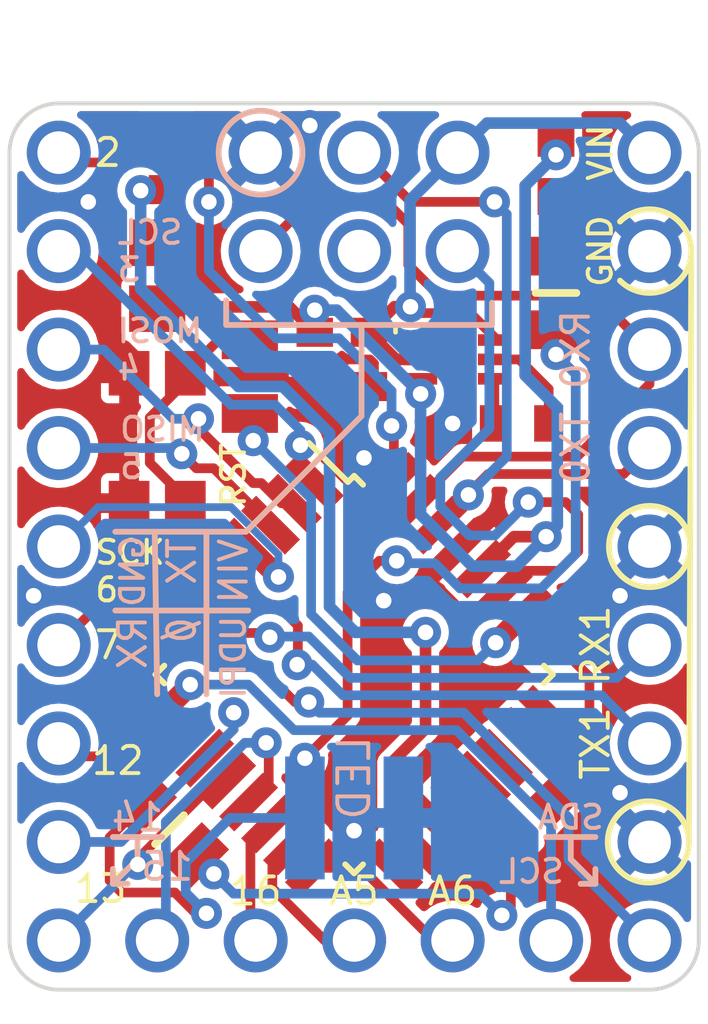
<source format=kicad_pcb>
(kicad_pcb (version 20211014) (generator pcbnew)
  (layers (0 "F.Cu" signal) (31 "B.Cu" signal) (34 "B.Paste" user) (35 "F.Paste" user) (36 "B.SilkS" user "B.Silkscreen") (37 "F.SilkS" user "F.Silkscreen") (38 "B.Mask" user) (39 "F.Mask" user) (44 "Edge.Cuts" user))
  (net 0 "")
  (net 1 "Net-(C3-Pad1)")
  (net 2 "/RST")
  (net 8 "/LED")
  (net 9 "/UDPI")
  (net 10 "/3{slash}SCL")
  (net 11 "/4{slash}MOSI")
  (net 12 "/5{slash}MISO")
  (net 13 "/VIN")
  (net 14 "GND")
  (net 15 "/VCC")
  (net 16 "/AVCC")
  (net 17 "Net-(C3-Pad2)")
  (net 18 "/6{slash}SCK")
  (net 19 "/7")
  (net 20 "/TX1")
  (net 21 "/RX1")
  (net 22 "/10{slash}SDA")
  (net 23 "/11{slash}SCL")
  (net 24 "/TX0")
  (net 25 "/RX0")
  (net 26 "/2")
  (net 27 "/12")
  (net 28 "/13")
  (net 29 "/14")
  (net 30 "/15")
  (net 31 "/16")
  (net 32 "/A6")
  (net 33 "/A5")
  (net 35 "/LED_GND")
  (net 36 "Net-(LED1-Pad1)")
  (net 38 "Net-(LED2-Pad1)")
  (net 39 "Net-(R2-Pad2)")
  (footprint "SamacSys_Parts:HDRV9W64P0X254_1X9_2286X248X838P" (layer "F.Cu") (at 139.065 57.785 90)
    (fp_text reference "J2" hide)
    (fp_text value "LEFT" hide)
    (pad "1" thru_hole circle (at 0 0 90) (size 1.65 1.65) (drill 1.1) (layers *.Cu *.Mask) (net 26 "/2"))
    (pad "2" thru_hole circle (at -2.54 0 90) (size 1.65 1.65) (drill 1.1) (layers *.Cu *.Mask) (net 10 "/3{slash}SCL"))
    (pad "3" thru_hole circle (at -5.08 0 90) (size 1.65 1.65) (drill 1.1) (layers *.Cu *.Mask) (net 11 "/4{slash}MOSI"))
    (pad "4" thru_hole circle (at -7.62 0 90) (size 1.65 1.65) (drill 1.1) (layers *.Cu *.Mask) (net 12 "/5{slash}MISO"))
    (pad "5" thru_hole circle (at -10.16 0 90) (size 1.65 1.65) (drill 1.1) (layers *.Cu *.Mask) (net 18 "/6{slash}SCK"))
    (pad "6" thru_hole circle (at -12.7 0 90) (size 1.65 1.65) (drill 1.1) (layers *.Cu *.Mask) (net 19 "/7"))
    (pad "7" thru_hole circle (at -15.24 0 90) (size 1.65 1.65) (drill 1.1) (layers *.Cu *.Mask) (net 27 "/12"))
    (pad "8" thru_hole circle (at -17.78 0 90) (size 1.65 1.65) (drill 1.1) (layers *.Cu *.Mask) (net 28 "/13"))
    (pad "9" thru_hole circle (at -20.32 0 90) (size 1.65 1.65) (drill 1.1) (layers *.Cu *.Mask) (net 29 "/14"))
  )
  (footprint "SamacSys_Parts:RESC2012X60N" (layer "F.Cu") (at 141.9225 75.2475 135)
    (fp_text reference "R3" hide)
    (fp_text value "1k" hide)
    (fp_line (start 0 -0.525) (end 0 0.525) (layer "F.SilkS") (width 0.2))
    (pad "1" smd rect locked (at -0.95 0 135) (size 1 1.45) (layers "F.Cu" "F.Paste" "F.Mask") (net 36 "Net-(LED1-Pad1)"))
    (pad "2" smd rect locked (at 0.95 0 135) (size 1 1.45) (layers "F.Cu" "F.Paste" "F.Mask") (net 35 "/LED_GND"))
  )
  (footprint "SamacSys_Parts:CAPC1608X90N" (layer "F.Cu") (at 151.003 64.77 180)
    (fp_text reference "C3" hide)
    (fp_text value "1uF" hide)
    (pad "1" smd rect locked (at -0.7 0 180) (size 0.75 0.94) (layers "F.Cu" "F.Paste" "F.Mask") (net 1 "Net-(C3-Pad1)"))
    (pad "2" smd rect locked (at 0.7 0 180) (size 0.75 0.94) (layers "F.Cu" "F.Paste" "F.Mask") (net 17 "Net-(C3-Pad2)"))
  )
  (footprint "LTC3240EDC-3.3:SON50P200X200X80-7N-D" (layer "F.Cu") (at 149.352 63.119)
    (fp_text reference "IC1" hide)
    (fp_text value "LTC3240EDC-3.3#TRMPBF" hide)
    (fp_line (start -1.6 -0.7) (end -1.6 -0.9) (layer "F.SilkS") (width 0.12))
    (fp_line (start -1.5 -0.9) (end -1.6 -0.9) (layer "F.SilkS") (width 0.12))
    (fp_line (start -1.5 -0.9) (end -1.2 -0.9) (layer "F.SilkS") (width 0.12))
    (pad "1" smd rect (at -0.95 -0.5 90) (size 0.3 0.85) (layers "F.Cu" "F.Paste" "F.Mask") (net 14 "GND"))
    (pad "2" smd rect (at -0.95 0 90) (size 0.3 0.85) (layers "F.Cu" "F.Paste" "F.Mask") (net 13 "/VIN"))
    (pad "3" smd rect (at -0.95 0.5 90) (size 0.3 0.85) (layers "F.Cu" "F.Paste" "F.Mask") (net 15 "/VCC"))
    (pad "4" smd rect (at 0.95 0.5 90) (size 0.3 0.85) (layers "F.Cu" "F.Paste" "F.Mask") (net 17 "Net-(C3-Pad2)"))
    (pad "5" smd rect (at 0.95 0 90) (size 0.3 0.85) (layers "F.Cu" "F.Paste" "F.Mask") (net 1 "Net-(C3-Pad1)"))
    (pad "6" smd rect (at 0.95 -0.5 90) (size 0.3 0.85) (layers "F.Cu" "F.Paste" "F.Mask") (net 13 "/VIN"))
    (pad "7" smd rect (at 0 0) (size 0.61 1.42) (layers "F.Cu" "F.Paste" "F.Mask") (net 14 "GND"))
  )
  (footprint "150060BS75000:LEDC1608X80N" (layer "F.Cu") (at 151.892 58.166 90)
    (fp_text reference "LED2" hide)
    (fp_text value "BLUE" hide)
    (pad "1" smd rect (at -0.75 0 180) (size 0.95 0.95) (layers "F.Cu" "F.Paste" "F.Mask") (net 38 "Net-(LED2-Pad1)"))
    (pad "2" smd rect (at 0.75 0 180) (size 0.95 0.95) (layers "F.Cu" "F.Paste" "F.Mask") (net 15 "/VCC"))
  )
  (footprint "SamacSys_Parts:HDRV9W64P0X254_1X9_2286X248X838P" (layer "F.Cu") (at 154.305 57.785 90)
    (fp_text reference "J1" hide)
    (fp_text value "RIGHT" hide)
    (pad "1" thru_hole circle (at 0 0 90) (size 1.65 1.65) (drill 1.1) (layers *.Cu *.Mask) (net 13 "/VIN"))
    (pad "2" thru_hole circle (at -2.54 0 90) (size 1.65 1.65) (drill 1.1) (layers *.Cu *.Mask) (net 14 "GND"))
    (pad "3" thru_hole circle (at -5.08 0 90) (size 1.65 1.65) (drill 1.1) (layers *.Cu *.Mask) (net 25 "/RX0"))
    (pad "4" thru_hole circle (at -7.62 0 90) (size 1.65 1.65) (drill 1.1) (layers *.Cu *.Mask) (net 24 "/TX0"))
    (pad "5" thru_hole circle (at -10.16 0 90) (size 1.65 1.65) (drill 1.1) (layers *.Cu *.Mask) (net 14 "GND"))
    (pad "6" thru_hole circle (at -12.7 0 90) (size 1.65 1.65) (drill 1.1) (layers *.Cu *.Mask) (net 21 "/RX1"))
    (pad "7" thru_hole circle (at -15.24 0 90) (size 1.65 1.65) (drill 1.1) (layers *.Cu *.Mask) (net 20 "/TX1"))
    (pad "8" thru_hole circle (at -17.78 0 90) (size 1.65 1.65) (drill 1.1) (layers *.Cu *.Mask) (net 14 "GND"))
    (pad "9" thru_hole circle (at -20.32 0 90) (size 1.65 1.65) (drill 1.1) (layers *.Cu *.Mask) (net 22 "/10{slash}SDA"))
  )
  (footprint "KLZ2012MHR100HTD25:INDC2012X145N" (layer "F.Cu") (at 141.605 60.96 90)
    (fp_text reference "L1" hide)
    (fp_text value "KLZ2012MHR100HTD25" hide)
    (pad "1" smd rect (at -0.85 0 90) (size 1.2 1.45) (layers "F.Cu" "F.Paste" "F.Mask") (net 15 "/VCC"))
    (pad "2" smd rect (at 0.85 0 90) (size 1.2 1.45) (layers "F.Cu" "F.Paste" "F.Mask") (net 16 "/AVCC"))
  )
  (footprint "SamacSys_Parts:CAPC1608X90N" (layer "F.Cu") (at 141.859 58.039 90)
    (fp_text reference "C5" hide)
    (fp_text value "GCM188R71C104KA37J" hide)
    (pad "1" smd rect locked (at -0.7 0 90) (size 0.75 0.94) (layers "F.Cu" "F.Paste" "F.Mask") (net 16 "/AVCC"))
    (pad "2" smd rect locked (at 0.7 0 90) (size 0.75 0.94) (layers "F.Cu" "F.Paste" "F.Mask") (net 14 "GND"))
  )
  (footprint "EVP-AAU02Q:EVP-AAU02Q" (layer "F.Cu") (at 141.605 65.151 -90)
    (fp_text reference "S1" hide)
    (fp_text value "EVP-AAU02Q" hide)
    (pad "1" smd rect (at -1.675 -0.725 270) (size 1.15 1.05) (layers "F.Cu" "F.Paste" "F.Mask") (net 39 "Net-(R2-Pad2)"))
    (pad "2" smd rect (at -1.675 0.725 270) (size 1.15 1.05) (layers "F.Cu" "F.Paste" "F.Mask") (net 14 "GND"))
    (pad "3" smd rect (at 1.675 -0.725 270) (size 1.15 1.05) (layers "F.Cu" "F.Paste" "F.Mask") (net 39 "Net-(R2-Pad2)"))
    (pad "4" smd rect (at 1.675 0.725 270) (size 1.15 1.05) (layers "F.Cu" "F.Paste" "F.Mask") (net 14 "GND"))
  )
  (footprint "SamacSys_Parts:HDRV5W64P0X254_1X5_1270X248X838P" (layer "F.Cu") (at 151.765 78.105)
    (fp_text reference "J3" hide)
    (fp_text value "LOWER" hide)
    (pad "1" thru_hole circle (at 0 0) (size 1.65 1.65) (drill 1.1) (layers *.Cu *.Mask) (net 23 "/11{slash}SCL"))
    (pad "2" thru_hole circle (at -2.54 0) (size 1.65 1.65) (drill 1.1) (layers *.Cu *.Mask) (net 32 "/A6"))
    (pad "3" thru_hole circle (at -5.08 0) (size 1.65 1.65) (drill 1.1) (layers *.Cu *.Mask) (net 33 "/A5"))
    (pad "4" thru_hole circle (at -7.62 0) (size 1.65 1.65) (drill 1.1) (layers *.Cu *.Mask) (net 31 "/16"))
    (pad "5" thru_hole circle (at -10.16 0) (size 1.65 1.65) (drill 1.1) (layers *.Cu *.Mask) (net 30 "/15"))
  )
  (footprint "SamacSys_Parts:RESC2012X60N" (layer "F.Cu") (at 151.892 61.4045 -90)
    (fp_text reference "R1" hide)
    (fp_text value "1k" hide)
    (fp_line (start 0 -0.525) (end 0 0.525) (layer "F.SilkS") (width 0.2))
    (pad "1" smd rect locked (at -0.95 0 270) (size 1 1.45) (layers "F.Cu" "F.Paste" "F.Mask") (net 38 "Net-(LED2-Pad1)"))
    (pad "2" smd rect locked (at 0.95 0 270) (size 1 1.45) (layers "F.Cu" "F.Paste" "F.Mask") (net 35 "/LED_GND"))
  )
  (footprint "150060BS75000:LEDC1608X80N" (layer "F.Cu") (at 151.257 75.057 45)
    (fp_text reference "LED1" hide)
    (fp_text value "BLUE" hide)
    (pad "1" smd rect (at -0.75 0 135) (size 0.95 0.95) (layers "F.Cu" "F.Paste" "F.Mask") (net 36 "Net-(LED1-Pad1)"))
    (pad "2" smd rect (at 0.75 0 135) (size 0.95 0.95) (layers "F.Cu" "F.Paste" "F.Mask") (net 8 "/LED"))
  )
  (footprint "SamacSys_Parts:HDRV6W69P254_2X3_762X498X813P" (layer "F.Cu") (at 149.352 60.325 180)
    (fp_text reference "J4" hide)
    (fp_text value "UDPI" hide)
    (pad "1" thru_hole circle (at 0 0 180) (size 1.65 1.65) (drill 1.1) (layers *.Cu *.Mask) (net 9 "/UDPI"))
    (pad "2" thru_hole circle (at 0 2.54 180) (size 1.65 1.65) (drill 1.1) (layers *.Cu *.Mask) (net 13 "/VIN"))
    (pad "3" thru_hole circle (at 2.54 0 180) (size 1.65 1.65) (drill 1.1) (layers *.Cu *.Mask))
    (pad "4" thru_hole circle (at 2.54 2.54 180) (size 1.65 1.65) (drill 1.1) (layers *.Cu *.Mask) (net 24 "/TX0"))
    (pad "5" thru_hole circle (at 5.08 0 180) (size 1.65 1.65) (drill 1.1) (layers *.Cu *.Mask) (net 25 "/RX0"))
    (pad "6" thru_hole circle (at 5.08 2.54 180) (size 1.65 1.65) (drill 1.1) (layers *.Cu *.Mask) (net 14 "GND"))
  )
  (footprint "SamacSys_Parts:CAPC1608X90N" (layer "F.Cu") (at 145.669 63.119 -90)
    (fp_text reference "C2" hide)
    (fp_text value "4.7uF" hide)
    (pad "1" smd rect locked (at -0.7 0 270) (size 0.75 0.94) (layers "F.Cu" "F.Paste" "F.Mask") (net 15 "/VCC"))
    (pad "2" smd rect locked (at 0.7 0 270) (size 0.75 0.94) (layers "F.Cu" "F.Paste" "F.Mask") (net 14 "GND"))
  )
  (footprint "SamacSys_Parts:CAPC1608X90N" (layer "F.Cu") (at 147.066 63.119 -90)
    (fp_text reference "C1" hide)
    (fp_text value "1uF" hide)
    (pad "1" smd rect locked (at -0.7 0 270) (size 0.75 0.94) (layers "F.Cu" "F.Paste" "F.Mask") (net 13 "/VIN"))
    (pad "2" smd rect locked (at 0.7 0 270) (size 0.75 0.94) (layers "F.Cu" "F.Paste" "F.Mask") (net 14 "GND"))
  )
  (footprint "SamacSys_Parts:RESC2012X60N" (layer "F.Cu") (at 143.995 63.5635 90)
    (fp_text reference "R2" hide)
    (fp_text value "CR0805-J_-1R0ELF" hide)
    (pad "1" smd rect (at -0.95 0 90) (size 1 1.45) (layers "F.Cu" "F.Paste" "F.Mask") (net 2 "/RST"))
    (pad "2" smd rect (at 0.95 0 90) (size 1 1.45) (layers "F.Cu" "F.Paste" "F.Mask") (net 39 "Net-(R2-Pad2)"))
  )
  (footprint "Package_QFP:TQFP-32_7x7mm_P0.8mm" (layer "F.Cu") (at 146.685 71.247 -45)
    (fp_text reference "U1" hide)
    (fp_text value "ATmega3208-A")
    (fp_line (start 3.625 3.625) (end 3.3 3.625) (layer "F.SilkS") (width 0.15))
    (fp_line (start -3.625 -3.625) (end -3.3 -3.625) (layer "F.SilkS") (width 0.15))
    (fp_line (start 3.625 -3.625) (end 3.3 -3.625) (layer "F.SilkS") (width 0.15))
    (fp_line (start -3.625 3.625) (end -3.625 3.3) (layer "F.SilkS") (width 0.15))
    (fp_line (start -3.625 -3.625) (end -3.625 -3.4) (layer "F.SilkS") (width 0.15))
    (fp_line (start 3.625 3.625) (end 3.625 3.3) (layer "F.SilkS") (width 0.15))
    (fp_line (start -3.625 -3.4) (end -5.05 -3.4) (layer "F.SilkS") (width 0.15))
    (fp_line (start 3.625 -3.625) (end 3.625 -3.3) (layer "F.SilkS") (width 0.15))
    (fp_line (start -3.625 3.625) (end -3.3 3.625) (layer "F.SilkS") (width 0.15))
    (pad "1" smd rect (at -4.25 -2.8 315) (size 1.6 0.55) (layers "F.Cu" "F.Paste" "F.Mask") (net 10 "/3{slash}SCL"))
    (pad "2" smd rect (at -4.25 -2 315) (size 1.6 0.55) (layers "F.Cu" "F.Paste" "F.Mask") (net 11 "/4{slash}MOSI"))
    (pad "3" smd rect (at -4.25 -1.2 315) (size 1.6 0.55) (layers "F.Cu" "F.Paste" "F.Mask") (net 12 "/5{slash}MISO"))
    (pad "4" smd rect (at -4.25 -0.4 315) (size 1.6 0.55) (layers "F.Cu" "F.Paste" "F.Mask") (net 18 "/6{slash}SCK"))
    (pad "5" smd rect (at -4.25 0.4 315) (size 1.6 0.55) (layers "F.Cu" "F.Paste" "F.Mask") (net 19 "/7"))
    (pad "6" smd rect (at -4.25 1.2 315) (size 1.6 0.55) (layers "F.Cu" "F.Paste" "F.Mask") (net 20 "/TX1"))
    (pad "7" smd rect (at -4.25 2 315) (size 1.6 0.55) (layers "F.Cu" "F.Paste" "F.Mask") (net 21 "/RX1"))
    (pad "8" smd rect (at -4.25 2.8 315) (size 1.6 0.55) (layers "F.Cu" "F.Paste" "F.Mask") (net 22 "/10{slash}SDA"))
    (pad "9" smd rect (at -2.8 4.25 45) (size 1.6 0.55) (layers "F.Cu" "F.Paste" "F.Mask") (net 23 "/11{slash}SCL"))
    (pad "10" smd rect (at -2 4.25 45) (size 1.6 0.55) (layers "F.Cu" "F.Paste" "F.Mask") (net 27 "/12"))
    (pad "11" smd rect (at -1.2 4.25 45) (size 1.6 0.55) (layers "F.Cu" "F.Paste" "F.Mask") (net 28 "/13"))
    (pad "12" smd rect (at -0.4 4.25 45) (size 1.6 0.55) (layers "F.Cu" "F.Paste" "F.Mask") (net 29 "/14"))
    (pad "13" smd rect (at 0.4 4.25 45) (size 1.6 0.55) (layers "F.Cu" "F.Paste" "F.Mask") (net 30 "/15"))
    (pad "14" smd rect (at 1.2 4.25 45) (size 1.6 0.55) (layers "F.Cu" "F.Paste" "F.Mask") (net 31 "/16"))
    (pad "15" smd rect (at 2 4.25 45) (size 1.6 0.55) (layers "F.Cu" "F.Paste" "F.Mask") (net 33 "/A5"))
    (pad "16" smd rect (at 2.8 4.25 45) (size 1.6 0.55) (layers "F.Cu" "F.Paste" "F.Mask") (net 32 "/A6"))
    (pad "17" smd rect (at 4.25 2.8 315) (size 1.6 0.55) (layers "F.Cu" "F.Paste" "F.Mask"))
    (pad "18" smd rect (at 4.25 2 315) (size 1.6 0.55) (layers "F.Cu" "F.Paste" "F.Mask") (net 16 "/AVCC"))
    (pad "19" smd rect (at 4.25 1.2 315) (size 1.6 0.55) (layers "F.Cu" "F.Paste" "F.Mask") (net 14 "GND"))
    (pad "20" smd rect (at 4.25 0.4 315) (size 1.6 0.55) (layers "F.Cu" "F.Paste" "F.Mask"))
    (pad "21" smd rect (at 4.25 -0.4 315) (size 1.6 0.55) (layers "F.Cu" "F.Paste" "F.Mask"))
    (pad "22" smd rect (at 4.25 -1.2 315) (size 1.6 0.55) (layers "F.Cu" "F.Paste" "F.Mask"))
    (pad "23" smd rect (at 4.25 -2 315) (size 1.6 0.55) (layers "F.Cu" "F.Paste" "F.Mask"))
    (pad "24" smd rect (at 4.25 -2.8 315) (size 1.6 0.55) (layers "F.Cu" "F.Paste" "F.Mask"))
    (pad "25" smd rect (at 2.8 -4.25 45) (size 1.6 0.55) (layers "F.Cu" "F.Paste" "F.Mask") (net 8 "/LED"))
    (pad "26" smd rect (at 2 -4.25 45) (size 1.6 0.55) (layers "F.Cu" "F.Paste" "F.Mask") (net 2 "/RST"))
    (pad "27" smd rect (at 1.2 -4.25 45) (size 1.6 0.55) (layers "F.Cu" "F.Paste" "F.Mask") (net 9 "/UDPI"))
    (pad "28" smd rect (at 0.4 -4.25 45) (size 1.6 0.55) (layers "F.Cu" "F.Paste" "F.Mask") (net 15 "/VCC"))
    (pad "29" smd rect (at -0.4 -4.25 45) (size 1.6 0.55) (layers "F.Cu" "F.Paste" "F.Mask") (net 14 "GND"))
    (pad "30" smd rect (at -1.2 -4.25 45) (size 1.6 0.55) (layers "F.Cu" "F.Paste" "F.Mask") (net 24 "/TX0"))
    (pad "31" smd rect (at -2 -4.25 45) (size 1.6 0.55) (layers "F.Cu" "F.Paste" "F.Mask") (net 25 "/RX0"))
    (pad "32" smd rect (at -2.8 -4.25 45) (size 1.6 0.55) (layers "F.Cu" "F.Paste" "F.Mask") (net 26 "/2"))
  )
  (footprint "M20-8890245:M208890245" (layer "B.Cu") (at 146.685 69.9465 180)
    (fp_text reference "J5" hide)
    (fp_text value "M20-8890245" hide)
    (pad "1" smd rect (at -1.27 -5 180) (size 1.02 3.17) (layers "B.Cu" "B.Paste" "B.Mask") (net 14 "GND"))
    (pad "2" smd rect (at 1.27 -5 180) (size 1.02 3.17) (layers "B.Cu" "B.Paste" "B.Mask") (net 35 "/LED_GND"))
  )
  (gr_circle (center 144.272 57.785) (end 145.3515 57.7215) (layer "B.SilkS") (width 0.15) (fill none))
  (gr_line (start 141.732 75.438) (end 140.462 75.438) (layer "B.SilkS") (width 0.15))
  (gr_line (start 141.097 76.0095) (end 141.097 75.819) (layer "B.SilkS") (width 0.15))
  (gr_line (start 143.383 62.23) (end 143.383 61.722) (layer "B.SilkS") (width 0.15))
  (gr_line (start 150.241 61.6585) (end 150.241 62.23) (layer "B.SilkS") (width 0.15))
  (gr_line (start 152.273 75.438) (end 152.273 75.819) (layer "B.SilkS") (width 0.15))
  (gr_line (start 141.097 76.0095) (end 140.462 76.6445) (layer "B.SilkS") (width 0.15))
  (gr_line (start 141.732 70.2945) (end 142.6845 69.9135) (layer "B.SilkS") (width 0.1))
  (gr_line (start 141.5415 67.564) (end 141.605 71.755) (layer "B.SilkS") (width 0.15))
  (gr_line (start 150.241 62.23) (end 143.383 62.23) (layer "B.SilkS") (width 0.15))
  (gr_line (start 143.891 67.564) (end 140.5255 67.564) (layer "B.SilkS") (width 0.15))
  (gr_line (start 152.908 76.6445) (end 152.908 76.2635) (layer "B.SilkS") (width 0.15))
  (gr_line (start 140.462 76.2635) (end 140.462 76.6445) (layer "B.SilkS") (width 0.15))
  (gr_line (start 141.097 75.438) (end 141.097 75.819) (layer "B.SilkS") (width 0.15))
  (gr_line (start 143.383 61.722) (end 143.383 61.595) (layer "B.SilkS") (width 0.15))
  (gr_line (start 152.273 76.0095) (end 152.908 76.6445) (layer "B.SilkS") (width 0.15))
  (gr_line (start 152.527 76.6445) (end 152.908 76.6445) (layer "B.SilkS") (width 0.15))
  (gr_line (start 146.8755 62.23) (end 146.8755 64.5795) (layer "B.SilkS") (width 0.15))
  (gr_line (start 152.908 75.438) (end 151.638 75.438) (layer "B.SilkS") (width 0.15))
  (gr_line (start 143.891 67.564) (end 146.8755 64.5795) (layer "B.SilkS") (width 0.15))
  (gr_line (start 152.273 76.0095) (end 152.273 75.819) (layer "B.SilkS") (width 0.15))
  (gr_line (start 142.875 67.564) (end 142.875 71.755) (layer "B.SilkS") (width 0.15))
  (gr_line (start 143.9545 69.596) (end 140.5255 69.596) (layer "B.SilkS") (width 0.15))
  (gr_line (start 140.462 76.6445) (end 140.843 76.6445) (layer "B.SilkS") (width 0.15))
  (gr_line (start 155.352268 67.945) (end 155.321 75.565) (layer "F.SilkS") (width 0.15))
  (gr_line (start 155.382629 60.325) (end 155.352268 67.945) (layer "F.SilkS") (width 0.15))
  (gr_circle (center 154.273732 75.565) (end 153.257732 75.819) (layer "F.SilkS") (width 0.15) (fill none))
  (gr_circle (center 154.305 67.945) (end 153.289 68.199) (layer "F.SilkS") (width 0.15) (fill none))
  (gr_arc (start 153.543001 59.563001) (mid 155.382629 60.325) (end 153.543001 61.086999) (layer "F.SilkS") (width 0.15))
  (gr_line (start 155.575 57.785) (end 155.575 78.105) (layer "Edge.Cuts") (width 0.1))
  (gr_arc (start 139.065 79.375) (mid 138.166974 79.003026) (end 137.795 78.105) (layer "Edge.Cuts") (width 0.1))
  (gr_line (start 139.065 56.515) (end 154.305 56.515) (layer "Edge.Cuts") (width 0.1))
  (gr_arc (start 137.795 57.785) (mid 138.166974 56.886974) (end 139.065 56.515) (layer "Edge.Cuts") (width 0.1))
  (gr_line (start 154.305 79.375) (end 139.065 79.375) (layer "Edge.Cuts") (width 0.1))
  (gr_line (start 137.795 78.105) (end 137.795 57.785) (layer "Edge.Cuts") (width 0.1))
  (gr_arc (start 155.575 78.105) (mid 155.203026 79.003026) (end 154.305 79.375) (layer "Edge.Cuts") (width 0.1))
  (gr_arc (start 154.305 56.515) (mid 155.203026 56.886974) (end 155.575 57.785) (layer "Edge.Cuts") (width 0.1))
  (gr_text "SDA" (at 152.273 74.93) (layer "B.SilkS") (effects (font (size 0.6 0.6) (thickness 0.1)) (justify mirror)))
  (gr_text "0" (at 142.24 70.104 90) (layer "B.SilkS") (effects (font (size 0.7 0.7) (thickness 0.1)) (justify mirror)))
  (gr_text "SCL" (at 151.257 76.327) (layer "B.SilkS") (effects (font (size 0.6 0.6) (thickness 0.1)) (justify mirror)))
  (gr_text "TX" (at 142.24 68.326 90) (layer "B.SilkS") (effects (font (size 0.7 0.7) (thickness 0.1)) (justify mirror)))
  (gr_text "VIN" (at 143.5735 68.58 90) (layer "B.SilkS") (effects (font (size 0.7 0.7) (thickness 0.1)) (justify mirror)))
  (gr_text "UDPI" (at 143.5735 70.8025 90) (layer "B.SilkS") (effects (font (size 0.6 0.6) (thickness 0.1)) (justify mirror)))
  (gr_text "14\n" (at 141.097 74.93) (layer "B.SilkS") (effects (font (size 0.7 0.7) (thickness 0.1)) (justify mirror)))
  (gr_text "MISO\n5" (at 140.589 65.405) (layer "B.SilkS") (effects (font (size 0.6 0.6) (thickness 0.1)) (justify right mirror)))
  (gr_text "RX" (at 140.97 70.4215 90) (layer "B.SilkS") (effects (font (size 0.7 0.7) (thickness 0.1)) (justify mirror)))
  (gr_text "LED" (at 146.685 73.914 90) (layer "B.SilkS") (effects (font (size 0.8 0.8) (thickness 0.1)) (justify mirror)))
  (gr_text "MOSI\n4" (at 140.5255 62.865) (layer "B.SilkS") (effects (font (size 0.6 0.6) (thickness 0.1)) (justify right mirror)))
  (gr_text "15\n" (at 141.859 76.2) (layer "B.SilkS") (effects (font (size 0.7 0.7) (thickness 0.1)) (justify mirror)))
  (gr_text "TX0" (at 152.4 65.405 90) (layer "B.SilkS") (effects (font (size 0.7 0.7) (thickness 0.1)) (justify mirror)))
  (gr_text "SCL\n3\n" (at 140.5255 60.325) (layer "B.SilkS") (effects (font (size 0.6 0.6) (thickness 0.1)) (justify right mirror)))
  (gr_text "GND" (at 140.97 68.58 90) (layer "B.SilkS") (effects (font (size 0.6 0.6) (thickness 0.1)) (justify mirror)))
  (gr_text "RX0" (at 152.4 62.865 90) (layer "B.SilkS") (effects (font (size 0.7 0.7) (thickness 0.1)) (justify mirror)))
  (gr_text "A5" (at 146.685 76.835) (layer "F.SilkS") (effects (font (size 0.7 0.7) (thickness 0.1))))
  (gr_text "SCK\n6" (at 139.954 68.58) (layer "F.SilkS") (effects (font (size 0.6 0.6) (thickness 0.1)) (justify left)))
  (gr_text "7" (at 140.335 70.485) (layer "F.SilkS") (effects (font (size 0.7 0.7) (thickness 0.1))))
  (gr_text "RST" (at 143.5735 66.1035 90) (layer "F.SilkS") (effects (font (size 0.6 0.6) (thickness 0.1))))
  (gr_text "GND" (at 153.035 60.325 90) (layer "F.SilkS") (effects (font (size 0.6 0.6) (thickness 0.1))))
  (gr_text "16" (at 144.145 76.835) (layer "F.SilkS") (effects (font (size 0.7 0.7) (thickness 0.1))))
  (gr_text "TX1" (at 152.908 73.025 90) (layer "F.SilkS") (effects (font (size 0.7 0.7) (thickness 0.1))))
  (gr_text "12\n" (at 140.589 73.4695) (layer "F.SilkS") (effects (font (size 0.7 0.7) (thickness 0.1))))
  (gr_text "VIN" (at 153.035 57.785 90) (layer "F.SilkS") (effects (font (size 0.6 0.6) (thickness 0.1))))
  (gr_text "RX1" (at 152.908 70.485 90) (layer "F.SilkS") (effects (font (size 0.7 0.7) (thickness 0.1))))
  (gr_text "A6" (at 149.225 76.835) (layer "F.SilkS") (effects (font (size 0.7 0.7) (thickness 0.1))))
  (gr_text "13" (at 140.1445 76.7715) (layer "F.SilkS") (effects (font (size 0.7 0.7) (thickness 0.1))))
  (gr_text "2" (at 140.335 57.785) (layer "F.SilkS") (effects (font (size 0.7 0.7) (thickness 0.1))))
  (segment (start 150.9395 63.119) (end 151.703 63.8825) (width 0.25) (layer "F.Cu") (net 1))
  (segment (start 150.302 63.119) (end 150.9395 63.119) (width 0.25) (layer "F.Cu") (net 1))
  (segment (start 151.703 63.8825) (end 151.703 64.5795) (width 0.25) (layer "F.Cu") (net 1))
  (segment (start 143.995 64.5135) (end 143.995 65.128) (width 0.25) (layer "F.Cu") (net 2))
  (segment (start 144.079 64.5135) (end 144.399 64.8335) (width 0.25) (layer "F.Cu") (net 2))
  (segment (start 143.995 64.5135) (end 144.079 64.5135) (width 0.25) (layer "F.Cu") (net 2))
  (segment (start 143.955973 64.616027) (end 143.995 64.577) (width 0.25) (layer "F.Cu") (net 2))
  (segment (start 143.995 65.128) (end 144.0815 65.2145) (width 0.25) (layer "F.Cu") (net 2))
  (segment (start 143.995 64.577) (end 143.431 64.577) (width 0.25) (layer "F.Cu") (net 2))
  (via (at 150.334067 70.42636) (size 0.8) (drill 0.4) (layers "F.Cu" "B.Cu") (net 2))
  (via (at 144.0815 65.2145) (size 0.8) (drill 0.4) (layers "F.Cu" "B.Cu") (net 2))
  (segment (start 145.57548 66.70848) (end 145.57548 69.691544) (width 0.25) (layer "B.Cu") (net 2))
  (segment (start 149.877018 70.883409) (end 150.334067 70.42636) (width 0.25) (layer "B.Cu") (net 2))
  (segment (start 146.767345 70.883409) (end 149.877018 70.883409) (width 0.25) (layer "B.Cu") (net 2))
  (segment (start 145.57548 69.691544) (end 146.767345 70.883409) (width 0.25) (layer "B.Cu") (net 2))
  (segment (start 144.0815 65.2145) (end 145.57548 66.70848) (width 0.25) (layer "B.Cu") (net 2))
  (segment (start 152.754763 71.306355) (end 152.754763 73.559237) (width 0.25) (layer "F.Cu") (net 8))
  (segment (start 152.754763 73.559237) (end 151.78733 74.52667) (width 0.25) (layer "F.Cu") (net 8))
  (segment (start 151.670103 70.221695) (end 152.754763 71.306355) (width 0.25) (layer "F.Cu") (net 8))
  (segment (start 151.96415 68.57135) (end 151.057706 68.57135) (width 0.25) (layer "F.Cu") (net 9))
  (segment (start 151.057706 68.57135) (end 150.538732 69.090324) (width 0.25) (layer "F.Cu") (net 9))
  (segment (start 152.4635 67.1195) (end 152.4635 68.072) (width 0.25) (layer "F.Cu") (net 9))
  (segment (start 151.17598 66.80001) (end 152.14401 66.80001) (width 0.25) (layer "F.Cu") (net 9))
  (segment (start 152.14401 66.80001) (end 152.4635 67.1195) (width 0.25) (layer "F.Cu") (net 9))
  (segment (start 152.4635 68.072) (end 151.96415 68.57135) (width 0.25) (layer "F.Cu") (net 9))
  (via (at 151.17598 66.80001) (size 0.8) (drill 0.4) (layers "F.Cu" "B.Cu") (net 9))
  (segment (start 150.17248 61.14548) (end 149.352 60.325) (width 0.25) (layer "B.Cu") (net 9))
  (segment (start 150.17248 64.90202) (end 150.17248 61.14548) (width 0.25) (layer "B.Cu") (net 9))
  (segment (start 149.653298 67.659747) (end 148.9075 66.913949) (width 0.25) (layer "B.Cu") (net 9))
  (segment (start 150.316243 67.659747) (end 149.653298 67.659747) (width 0.25) (layer "B.Cu") (net 9))
  (segment (start 149.352 60.325) (end 149.237548 60.439452) (width 0.25) (layer "B.Cu") (net 9))
  (segment (start 148.9075 66.167) (end 150.17248 64.90202) (width 0.25) (layer "B.Cu") (net 9))
  (segment (start 151.17598 66.80001) (end 150.316243 67.659747) (width 0.25) (layer "B.Cu") (net 9))
  (segment (start 148.9075 66.913949) (end 148.9075 66.167) (width 0.25) (layer "B.Cu") (net 9))
  (segment (start 145.297773 65.899975) (end 145.659695 66.261897) (width 0.25) (layer "F.Cu") (net 10))
  (segment (start 145.297773 65.331727) (end 145.297773 65.899975) (width 0.25) (layer "F.Cu") (net 10))
  (via (at 145.297773 65.331727) (size 0.8) (drill 0.4) (layers "F.Cu" "B.Cu") (net 10))
  (segment (start 144.646948 64.29202) (end 143.503947 64.292019) (width 0.25) (layer "B.Cu") (net 10))
  (segment (start 145.297773 64.942845) (end 144.646948 64.29202) (width 0.25) (layer "B.Cu") (net 10))
  (segment (start 145.297773 65.331727) (end 145.297773 64.942845) (width 0.25) (layer "B.Cu") (net 10))
  (segment (start 139.764218 60.325) (end 139.065 60.325) (width 0.25) (layer "B.Cu") (net 10))
  (segment (start 143.503947 64.292019) (end 139.536928 60.325) (width 0.25) (layer "B.Cu") (net 10))
  (segment (start 139.536928 60.325) (end 139.065 60.325) (width 0.25) (layer "B.Cu") (net 10))
  (segment (start 144.291514 66.308608) (end 144.810489 66.827583) (width 0.25) (layer "F.Cu") (net 11))
  (segment (start 142.670498 64.899724) (end 144.079382 66.308608) (width 0.25) (layer "F.Cu") (net 11))
  (segment (start 144.810489 66.827583) (end 145.09401 66.827583) (width 0.25) (layer "F.Cu") (net 11))
  (segment (start 142.670498 64.650502) (end 142.670498 64.899724) (width 0.25) (layer "F.Cu") (net 11))
  (segment (start 144.079382 66.308608) (end 144.291514 66.308608) (width 0.25) (layer "F.Cu") (net 11))
  (via (at 142.670498 64.650502) (size 0.8) (drill 0.4) (layers "F.Cu" "B.Cu") (net 11))
  (segment (start 142.670498 64.650502) (end 142.012344 64.650502) (width 0.25) (layer "B.Cu") (net 11))
  (segment (start 140.226842 62.865) (end 139.065 62.865) (width 0.25) (layer "B.Cu") (net 11))
  (segment (start 142.012344 64.650502) (end 140.226842 62.865) (width 0.25) (layer "B.Cu") (net 11))
  (segment (start 144.528324 67.393252) (end 144.528324 67.393268) (width 0.25) (layer "F.Cu") (net 12))
  (segment (start 142.613409 65.926489) (end 143.061545 65.926489) (width 0.25) (layer "F.Cu") (net 12))
  (segment (start 142.23897 65.55205) (end 142.613409 65.926489) (width 0.25) (layer "F.Cu") (net 12))
  (segment (start 143.061545 65.926489) (end 144.528324 67.393268) (width 0.25) (layer "F.Cu") (net 12))
  (via (at 142.23897 65.55205) (size 0.8) (drill 0.4) (layers "F.Cu" "B.Cu") (net 12))
  (segment (start 142.09192 65.405) (end 139.065 65.405) (width 0.25) (layer "B.Cu") (net 12))
  (segment (start 142.23897 65.55205) (end 142.09192 65.405) (width 0.25) (layer "B.Cu") (net 12))
  (segment (start 148.137531 61.760785) (end 147.724215 61.760785) (width 0.3) (layer "F.Cu") (net 13))
  (segment (start 147.766 63.119) (end 147.066 62.419) (width 0.3) (layer "F.Cu") (net 13))
  (segment (start 148.137531 61.760785) (end 148.300777 61.924031) (width 0.25) (layer "F.Cu") (net 13))
  (segment (start 147.724215 61.760785) (end 147.066 62.419) (width 0.3) (layer "F.Cu") (net 13))
  (segment (start 148.402 63.119) (end 147.766 63.119) (width 0.3) (layer "F.Cu") (net 13))
  (segment (start 149.681031 61.924031) (end 150.302 62.545) (width 0.25) (layer "F.Cu") (net 13))
  (segment (start 148.300777 61.924031) (end 149.681031 61.924031) (width 0.25) (layer "F.Cu") (net 13))
  (segment (start 150.302 62.545) (end 150.302 62.619) (width 0.25) (layer "F.Cu") (net 13))
  (via (at 148.137531 61.760785) (size 0.8) (drill 0.4) (layers "F.Cu" "B.Cu") (net 13))
  (segment (start 150.114 57.023) (end 149.352 57.785) (width 0.3) (layer "B.Cu") (net 13))
  (segment (start 154.305 57.785) (end 153.543 57.023) (width 0.3) (layer "B.Cu") (net 13))
  (segment (start 148.137531 61.760785) (end 148.127489 61.750743) (width 0.4) (layer "B.Cu") (net 13))
  (segment (start 148.127489 59.009511) (end 149.352 57.785) (width 0.3) (layer "B.Cu") (net 13))
  (segment (start 148.127489 61.750743) (end 148.127489 59.009511) (width 0.3) (layer "B.Cu") (net 13))
  (segment (start 153.543 57.023) (end 150.114 57.023) (width 0.3) (layer "B.Cu") (net 13))
  (segment (start 140.697011 62.909511) (end 140.633511 62.909511) (width 0.6) (layer "F.Cu") (net 14))
  (segment (start 140.389511 62.665511) (end 140.389511 63.254989) (width 0.6) (layer "F.Cu") (net 14))
  (segment (start 148.402 62.619) (end 149.176022 62.619) (width 0.3) (layer "F.Cu") (net 14))
  (segment (start 140.88 63.0925) (end 140.697011 62.909511) (width 0.6) (layer "F.Cu") (net 14))
  (segment (start 140.88 63.476) (end 140.88 63.0925) (width 0.6) (layer "F.Cu") (net 14))
  (segment (start 140.389511 63.254989) (end 140.335 63.3095) (width 0.6) (layer "F.Cu") (net 14))
  (segment (start 149.176022 62.619) (end 149.352 62.794978) (width 0.3) (layer "F.Cu") (net 14))
  (segment (start 140.5015 63.476) (end 140.88 63.476) (width 0.6) (layer "F.Cu") (net 14))
  (segment (start 140.335 63.3095) (end 140.5015 63.476) (width 0.6) (layer "F.Cu") (net 14))
  (segment (start 149.352 62.794978) (end 149.352 63.119) (width 0.3) (layer "F.Cu") (net 14))
  (segment (start 140.633511 62.909511) (end 140.389511 62.665511) (width 0.6) (layer "F.Cu") (net 14))
  (via (at 146.682104 75.275319) (size 0.8) (drill 0.4) (layers "F.Cu" "B.Cu") (net 14))
  (via (at 153.543 74.295) (size 0.8) (drill 0.4) (layers "F.Cu" "B.Cu") (net 14))
  (via (at 147.447 69.342) (size 0.8) (drill 0.4) (layers "F.Cu" "B.Cu") (net 14))
  (via (at 139.827 59.055) (size 0.8) (drill 0.4) (layers "F.Cu" "B.Cu") (net 14))
  (via (at 138.4165 69.215) (size 0.8) (drill 0.4) (layers "F.Cu" "B.Cu") (net 14))
  (via (at 146.939 65.659) (size 0.8) (drill 0.4) (layers "F.Cu" "B.Cu") (net 14))
  (via (at 145.542 57.0865) (size 0.8) (drill 0.4) (layers "F.Cu" "B.Cu") (net 14))
  (via (at 153.543 69.215) (size 0.8) (drill 0.4) (layers "F.Cu" "B.Cu") (net 14))
  (via (at 149.225 64.77) (size 0.8) (drill 0.4) (layers "F.Cu" "B.Cu") (net 14))
  (segment (start 145.669 61.849) (end 145.669 62.419) (width 0.3) (layer "F.Cu") (net 15))
  (segment (start 148.402 63.619) (end 148.402 64.0055) (width 0.3) (layer "F.Cu") (net 15))
  (segment (start 145.013989 61.763989) (end 145.669 62.419) (width 0.3) (layer "F.Cu") (net 15))
  (segment (start 142.9665 61.763989) (end 141.964489 61.763989) (width 0.3) (layer "F.Cu") (net 15))
  (segment (start 151.638 67.691) (end 150.806686 67.691) (width 0.3) (layer "F.Cu") (net 15))
  (segment (start 150.806686 67.691) (end 149.973047 68.524639) (width 0.3) (layer "F.Cu") (net 15))
  (segment (start 142.9665 61.763989) (end 145.013989 61.763989) (width 0.3) (layer "F.Cu") (net 15))
  (segment (start 148.402 64.0055) (end 148.3995 64.008) (width 0.3) (layer "F.Cu") (net 15))
  (via (at 145.669 61.849) (size 0.8) (drill 0.4) (layers "F.Cu" "B.Cu") (net 15))
  (via (at 151.638 67.691) (size 0.8) (drill 0.4) (layers "F.Cu" "B.Cu") (net 15))
  (via (at 151.892 57.841498) (size 0.8) (drill 0.4) (layers "F.Cu" "B.Cu") (net 15))
  (via (at 148.3995 64.008) (size 0.8) (drill 0.4) (layers "F.Cu" "B.Cu") (net 15))
  (segment (start 151.09652 63.53002) (end 151.92548 64.35898) (width 0.3) (layer "B.Cu") (net 15))
  (segment (start 148.3995 67.1195) (end 149.733 68.453) (width 0.3) (layer "B.Cu") (net 15))
  (segment (start 145.669 61.849) (end 146.2405 61.849) (width 0.3) (layer "B.Cu") (net 15))
  (segment (start 146.2405 61.849) (end 148.3995 64.008) (width 0.3) (layer "B.Cu") (net 15))
  (segment (start 148.3995 64.008) (end 148.3995 67.1195) (width 0.3) (layer "B.Cu") (net 15))
  (segment (start 151.892 57.841498) (end 151.09652 58.636978) (width 0.3) (layer "B.Cu") (net 15))
  (segment (start 151.92548 64.35898) (end 151.92548 67.40352) (width 0.3) (layer "B.Cu") (net 15))
  (segment (start 150.876 68.453) (end 151.638 67.691) (width 0.3) (layer "B.Cu") (net 15))
  (segment (start 149.733 68.453) (end 150.876 68.453) (width 0.3) (layer "B.Cu") (net 15))
  (segment (start 151.09652 58.636978) (end 151.09652 63.53002) (width 0.3) (layer "B.Cu") (net 15))
  (segment (start 151.92548 67.40352) (end 151.638 67.691) (width 0.3) (layer "B.Cu") (net 15))
  (segment (start 147.632016 73.538484) (end 147.632016 75.022443) (width 0.3) (layer "F.Cu") (net 16))
  (segment (start 148.5265 72.644) (end 147.632016 73.538484) (width 0.3) (layer "F.Cu") (net 16))
  (segment (start 147.632016 75.022443) (end 148.27599 75.666417) (width 0.3) (layer "F.Cu") (net 16))
  (segment (start 141.859 58.739) (end 141.859 59.856) (width 0.3) (layer "F.Cu") (net 16))
  (segment (start 141.177801 58.763989) (end 141.20279 58.739) (width 0.3) (layer "F.Cu") (net 16))
  (segment (start 141.20279 58.739) (end 141.859 58.739) (width 0.3) (layer "F.Cu") (net 16))
  (segment (start 141.859 59.856) (end 141.605 60.11) (width 0.3) (layer "F.Cu") (net 16))
  (segment (start 148.5265 70.158909) (end 148.5265 72.644) (width 0.3) (layer "F.Cu") (net 16))
  (via (at 141.177801 58.763989) (size 0.8) (drill 0.4) (layers "F.Cu" "B.Cu") (net 16))
  (via (at 148.5265 70.158909) (size 0.8) (drill 0.4) (layers "F.Cu" "B.Cu") (net 16))
  (segment (start 141.177801 61.294801) (end 141.177801 58.763989) (width 0.3) (layer "B.Cu") (net 16))
  (segment (start 146.713917 70.158909) (end 146.05 69.494992) (width 0.3) (layer "B.Cu") (net 16))
  (segment (start 148.5265 70.158909) (end 146.713917 70.158909) (width 0.3) (layer "B.Cu") (net 16))
  (segment (start 143.7005 63.8175) (end 141.177801 61.294801) (width 0.3) (layer "B.Cu") (net 16))
  (segment (start 146.05 69.494992) (end 146.05 65.024) (width 0.3) (layer "B.Cu") (net 16))
  (segment (start 146.05 65.024) (end 144.8435 63.8175) (width 0.3) (layer "B.Cu") (net 16))
  (segment (start 144.8435 63.8175) (end 143.7005 63.8175) (width 0.3) (layer "B.Cu") (net 16))
  (segment (start 150.302 64.5785) (end 150.303 64.5795) (width 0.25) (layer "F.Cu") (net 17))
  (segment (start 150.302 63.619) (end 150.302 64.5785) (width 0.25) (layer "F.Cu") (net 17))
  (segment (start 144.732989 68.729304) (end 143.962639 67.958953) (width 0.25) (layer "F.Cu") (net 18))
  (segment (start 144.732989 68.729304) (end 144.74256 68.729304) (width 0.25) (layer "F.Cu") (net 18))
  (segment (start 144.74256 68.729304) (end 144.866558 68.605306) (width 0.25) (layer "F.Cu") (net 18))
  (via (at 144.732989 68.729304) (size 0.8) (drill 0.4) (layers "F.Cu" "B.Cu") (net 18))
  (segment (start 140.081 66.929) (end 139.065 67.945) (width 0.2) (layer "B.Cu") (net 18))
  (segment (start 144.732989 68.729304) (end 144.732989 68.151989) (width 0.2) (layer "B.Cu") (net 18))
  (segment (start 144.732989 68.151989) (end 143.51 66.929) (width 0.2) (layer "B.Cu") (net 18))
  (segment (start 143.51 66.929) (end 140.081 66.929) (width 0.2) (layer "B.Cu") (net 18))
  (segment (start 141.544336 68.005664) (end 139.065 70.485) (width 0.25) (layer "F.Cu") (net 19))
  (segment (start 143.396953 68.524639) (end 142.877978 68.005664) (width 0.25) (layer "F.Cu") (net 19))
  (segment (start 142.877978 68.005664) (end 141.544336 68.005664) (width 0.25) (layer "F.Cu") (net 19))
  (segment (start 142.831268 69.090324) (end 143.350243 69.609299) (width 0.25) (layer "F.Cu") (net 20))
  (segment (start 143.350243 69.609299) (end 144.15995 69.609299) (width 0.25) (layer "F.Cu") (net 20))
  (segment (start 144.15995 69.609299) (end 144.208631 69.560618) (width 0.25) (layer "F.Cu") (net 20))
  (segment (start 144.808837 69.560618) (end 145.233245 69.985026) (width 0.25) (layer "F.Cu") (net 20))
  (segment (start 145.233245 70.974129) (end 145.215497 70.991877) (width 0.25) (layer "F.Cu") (net 20))
  (segment (start 145.233245 69.985026) (end 145.233245 70.974129) (width 0.25) (layer "F.Cu") (net 20))
  (segment (start 144.208631 69.560618) (end 144.808837 69.560618) (width 0.25) (layer "F.Cu") (net 20))
  (via (at 145.215497 70.991877) (size 0.8) (drill 0.4) (layers "F.Cu" "B.Cu") (net 20))
  (segment (start 145.604377 70.991877) (end 146.394949 71.782449) (width 0.25) (layer "B.Cu") (net 20))
  (segment (start 153.062449 71.782449) (end 154.305 73.025) (width 0.25) (layer "B.Cu") (net 20))
  (segment (start 146.394949 71.782449) (end 153.062449 71.782449) (width 0.25) (layer "B.Cu") (net 20))
  (segment (start 145.215497 70.991877) (end 145.604377 70.991877) (width 0.25) (layer "B.Cu") (net 20))
  (segment (start 145.215497 70.991877) (end 145.070183 70.991877) (width 0.25) (layer "B.Cu") (net 20))
  (segment (start 142.784557 70.174984) (end 142.265583 69.65601) (width 0.25) (layer "F.Cu") (net 21))
  (segment (start 144.508734 70.285129) (end 144.398589 70.174984) (width 0.25) (layer "F.Cu") (net 21))
  (segment (start 144.398589 70.174984) (end 142.784557 70.174984) (width 0.25) (layer "F.Cu") (net 21))
  (via (at 144.508734 70.285129) (size 0.8) (drill 0.4) (layers "F.Cu" "B.Cu") (net 21))
  (segment (start 144.526497 70.267366) (end 145.515584 70.267366) (width 0.25) (layer "B.Cu") (net 21))
  (segment (start 145.515584 70.267366) (end 146.581147 71.332929) (width 0.25) (layer "B.Cu") (net 21))
  (segment (start 144.508734 70.285129) (end 144.526497 70.267366) (width 0.25) (layer "B.Cu") (net 21))
  (segment (start 146.581147 71.332929) (end 153.457071 71.332929) (width 0.25) (layer "B.Cu") (net 21))
  (segment (start 153.457071 71.332929) (end 154.305 70.485) (width 0.25) (layer "B.Cu") (net 21))
  (segment (start 145.155995 71.956989) (end 145.514574 71.956989) (width 0.25) (layer "F.Cu") (net 22))
  (segment (start 143.939676 70.74067) (end 145.155995 71.956989) (width 0.25) (layer "F.Cu") (net 22))
  (segment (start 154.305 78.105) (end 153.67617 78.105) (width 0.25) (layer "F.Cu") (net 22))
  (segment (start 142.218872 70.74067) (end 143.939676 70.74067) (width 0.25) (layer "F.Cu") (net 22))
  (segment (start 145.514574 71.956989) (end 145.312585 71.755) (width 0.25) (layer "F.Cu") (net 22))
  (segment (start 142.218872 70.74067) (end 141.699897 70.221695) (width 0.25) (layer "F.Cu") (net 22))
  (via (at 145.514574 71.956989) (size 0.8) (drill 0.4) (layers "F.Cu" "B.Cu") (net 22))
  (segment (start 149.511469 72.231969) (end 145.789554 72.231969) (width 0.25) (layer "B.Cu") (net 22))
  (segment (start 154.305 78.105) (end 152.21452 76.01452) (width 0.25) (layer "B.Cu") (net 22))
  (segment (start 152.21452 76.01452) (end 152.21452 74.935021) (width 0.25) (layer "B.Cu") (net 22))
  (segment (start 145.789554 72.231969) (end 145.514574 71.956989) (width 0.25) (layer "B.Cu") (net 22))
  (segment (start 152.21452 74.935021) (end 149.511469 72.231969) (width 0.25) (layer "B.Cu") (net 22))
  (segment (start 142.455638 71.506381) (end 141.699897 72.262122) (width 0.25) (layer "F.Cu") (net 23))
  (segment (start 141.699897 72.262122) (end 141.699897 72.272305) (width 0.25) (layer "F.Cu") (net 23))
  (via (at 142.455638 71.506381) (size 0.8) (drill 0.4) (layers "F.Cu" "B.Cu") (net 23))
  (segment (start 145.131017 72.681489) (end 149.325271 72.681489) (width 0.25) (layer "B.Cu") (net 23))
  (segment (start 143.955909 71.506381) (end 145.131017 72.681489) (width 0.25) (layer "B.Cu") (net 23))
  (segment (start 149.325271 72.681489) (end 151.765 75.121218) (width 0.25) (layer "B.Cu") (net 23))
  (segment (start 142.424203 71.506381) (end 142.418822 71.501) (width 0.25) (layer "B.Cu") (net 23))
  (segment (start 142.455638 71.506381) (end 142.424203 71.506381) (width 0.25) (layer "B.Cu") (net 23))
  (segment (start 142.455638 71.506381) (end 143.955909 71.506381) (width 0.25) (layer "B.Cu") (net 23))
  (segment (start 151.765 75.121218) (end 151.765 78.105) (width 0.25) (layer "B.Cu") (net 23))
  (segment (start 153.634501 66.075499) (end 154.305 65.405) (width 0.25) (layer "F.Cu") (net 24))
  (segment (start 150.142001 66.075499) (end 153.634501 66.075499) (width 0.25) (layer "F.Cu") (net 24))
  (segment (start 149.632 66.613835) (end 149.632 66.5855) (width 0.25) (layer "F.Cu") (net 24))
  (segment (start 148.082359 58.991141) (end 148.146218 59.055) (width 0.25) (layer "F.Cu") (net 24))
  (segment (start 146.876218 57.785) (end 148.082359 58.991141) (width 0.25) (layer "F.Cu") (net 24))
  (segment (start 148.146218 59.055) (end 150.3045 59.055) (width 0.25) (layer "F.Cu") (net 24))
  (segment (start 149.632 66.613835) (end 149.621109 66.613835) (width 0.25) (layer "F.Cu") (net 24))
  (segment (start 149.632 66.5855) (end 150.142001 66.075499) (width 0.25) (layer "F.Cu") (net 24))
  (segment (start 146.812 57.785) (end 146.876218 57.785) (width 0.25) (layer "F.Cu") (net 24))
  (segment (start 149.621109 66.613835) (end 148.841676 67.393268) (width 0.25) (layer "F.Cu") (net 24))
  (via (at 149.632 66.613835) (size 0.8) (drill 0.4) (layers "F.Cu" "B.Cu") (net 24))
  (via (at 150.3045 59.055) (size 0.8) (drill 0.4) (layers "F.Cu" "B.Cu") (net 24))
  (segment (start 150.622 59.3725) (end 150.3045 59.055) (width 0.25) (layer "B.Cu") (net 24))
  (segment (start 149.632 66.613835) (end 149.634335 66.6115) (width 0.25) (layer "B.Cu") (net 24))
  (segment (start 150.622 65.623835) (end 150.622 59.3725) (width 0.25) (layer "B.Cu") (net 24))
  (segment (start 149.632 66.613835) (end 150.622 65.623835) (width 0.25) (layer "B.Cu") (net 24))
  (segment (start 148.875856 61.474511) (end 152.914511 61.474511) (width 0.25) (layer "F.Cu") (net 25))
  (segment (start 154.305 63.754) (end 152.433021 65.625979) (width 0.25) (layer "F.Cu") (net 25))
  (segment (start 148.082 59.6265) (end 148.082 60.680655) (width 0.25) (layer "F.Cu") (net 25))
  (segment (start 148.082 60.680655) (end 148.875856 61.474511) (width 0.25) (layer "F.Cu") (net 25))
  (segment (start 149.477594 65.625979) (end 148.27599 66.827583) (width 0.25) (layer "F.Cu") (net 25))
  (segment (start 147.574 59.1185) (end 148.082 59.6265) (width 0.25) (layer "F.Cu") (net 25))
  (segment (start 152.914511 61.474511) (end 154.305 62.865) (width 0.25) (layer "F.Cu") (net 25))
  (segment (start 154.305 62.865) (end 154.305 63.754) (width 0.25) (layer "F.Cu") (net 25))
  (segment (start 152.433021 65.625979) (end 149.477594 65.625979) (width 0.25) (layer "F.Cu") (net 25))
  (segment (start 145.4785 59.1185) (end 147.574 59.1185) (width 0.25) (layer "F.Cu") (net 25))
  (segment (start 144.272 60.325) (end 145.4785 59.1185) (width 0.25) (layer "F.Cu") (net 25))
  (segment (start 154.305 62.865) (end 154.305 62.23) (width 0.25) (layer "B.Cu") (net 25))
  (segment (start 144.272 60.833) (end 144.272 60.325) (width 0.25) (layer "B.Cu") (net 25))
  (segment (start 154.305 63.254614) (end 154.305 62.865) (width 0.25) (layer "B.Cu") (net 25))
  (segment (start 140.208 58.039) (end 139.319 58.039) (width 0.25) (layer "F.Cu") (net 26))
  (segment (start 142.653511 58.039489) (end 140.208489 58.039489) (width 0.25) (layer "F.Cu") (net 26))
  (segment (start 147.65 64.8335) (end 147.710305 64.893805) (width 0.25) (layer "F.Cu") (net 26))
  (segment (start 139.319 58.039) (end 139.065 57.785) (width 0.25) (layer "F.Cu") (net 26))
  (segment (start 142.9385 59.055) (end 142.9385 58.324478) (width 0.25) (layer "F.Cu") (net 26))
  (segment (start 140.208489 58.039489) (end 140.208 58.039) (width 0.25) (layer "F.Cu") (net 26))
  (segment (start 147.710305 64.893805) (end 147.710305 66.261897) (width 0.25) (layer "F.Cu") (net 26))
  (segment (start 142.9385 58.324478) (end 142.653511 58.039489) (width 0.25) (layer "F.Cu") (net 26))
  (via (at 147.65 64.8335) (size 0.8) (drill 0.4) (layers "F.Cu" "B.Cu") (net 26))
  (via (at 142.9385 59.055) (size 0.8) (drill 0.4) (layers "F.Cu" "B.Cu") (net 26))
  (segment (start 142.9385 59.055) (end 142.9385 60.833) (width 0.25) (layer "B.Cu") (net 26))
  (segment (start 142.9385 60.833) (end 144.679011 62.573511) (width 0.25) (layer "B.Cu") (net 26))
  (segment (start 144.679011 62.573511) (end 146.293939 62.573511) (width 0.25) (layer "B.Cu") (net 26))
  (segment (start 146.293939 62.573511) (end 147.65 63.929572) (width 0.25) (layer "B.Cu") (net 26))
  (segment (start 147.65 63.929572) (end 147.65 64.8335) (width 0.25) (layer "B.Cu") (net 26))
  (segment (start 139.396965 73.356965) (end 139.065 73.025) (width 0.25) (layer "F.Cu") (net 27))
  (segment (start 141.746608 73.356965) (end 139.396965 73.356965) (width 0.25) (layer "F.Cu") (net 27))
  (segment (start 142.265583 72.83799) (end 141.746608 73.356965) (width 0.25) (layer "F.Cu") (net 27))
  (segment (start 143.576869 72.230881) (end 143.576869 72.658075) (width 0.25) (layer "F.Cu") (net 28))
  (segment (start 143.576869 72.658075) (end 142.831268 73.403676) (width 0.25) (layer "F.Cu") (net 28))
  (via (at 143.576869 72.230881) (size 0.8) (drill 0.4) (layers "F.Cu" "B.Cu") (net 28))
  (segment (start 140.669944 75.565) (end 139.065 75.565) (width 0.25) (layer "B.Cu") (net 28))
  (segment (start 143.576869 72.230881) (end 143.576869 72.658075) (width 0.25) (layer "B.Cu") (net 28))
  (segment (start 143.576869 72.658075) (end 140.669944 75.565) (width 0.25) (layer "B.Cu") (net 28))
  (segment (start 143.137139 73.969361) (end 143.396953 73.969361) (width 0.25) (layer "F.Cu") (net 29))
  (segment (start 141.103559 76.002941) (end 143.137139 73.969361) (width 0.25) (layer "F.Cu") (net 29))
  (segment (start 139.065 77.47) (end 139.065 78.105) (width 0.25) (layer "F.Cu") (net 29))
  (segment (start 141.103559 76.145413) (end 141.103559 76.002941) (width 0.25) (layer "F.Cu") (net 29))
  (segment (start 143.396953 73.969361) (end 143.314593 73.969361) (width 0.25) (layer "F.Cu") (net 29))
  (segment (start 143.396953 73.969361) (end 143.200639 73.969361) (width 0.25) (layer "F.Cu") (net 29))
  (via (at 141.103559 76.145413) (size 0.8) (drill 0.4) (layers "F.Cu" "B.Cu") (net 29))
  (segment (start 141.103559 76.145413) (end 141.024587 76.145413) (width 0.25) (layer "B.Cu") (net 29))
  (segment (start 141.024587 76.145413) (end 139.065 78.105) (width 0.25) (layer "B.Cu") (net 29))
  (segment (start 144.481613 73.074828) (end 144.481613 74.016073) (width 0.25) (layer "F.Cu") (net 30))
  (segment (start 144.481613 74.016073) (end 143.962639 74.535047) (width 0.25) (layer "F.Cu") (net 30))
  (segment (start 144.415393 73.008608) (end 144.481613 73.074828) (width 0.25) (layer "F.Cu") (net 30))
  (via (at 144.415393 73.008608) (size 0.8) (drill 0.4) (layers "F.Cu" "B.Cu") (net 30))
  (segment (start 141.82807 77.88193) (end 141.605 78.105) (width 0.25) (layer "B.Cu") (net 30))
  (segment (start 143.862054 73.008608) (end 141.82807 75.042592) (width 0.25) (layer "B.Cu") (net 30))
  (segment (start 141.82807 75.042592) (end 141.82807 77.88193) (width 0.25) (layer "B.Cu") (net 30))
  (segment (start 144.415393 73.008608) (end 143.862054 73.008608) (width 0.25) (layer "B.Cu") (net 30))
  (segment (start 143.637 77.597) (end 144.145 78.105) (width 0.25) (layer "F.Cu") (net 31))
  (segment (start 144.00935 77.96935) (end 144.145 78.105) (width 0.25) (layer "F.Cu") (net 31))
  (segment (start 144.00935 75.619706) (end 144.00935 77.96935) (width 0.25) (layer "F.Cu") (net 31))
  (segment (start 144.528324 75.100732) (end 144.00935 75.619706) (width 0.25) (layer "F.Cu") (net 31))
  (segment (start 146.862455 76.232103) (end 148.735352 78.105) (width 0.25) (layer "F.Cu") (net 32))
  (segment (start 145.659695 76.232103) (end 146.862455 76.232103) (width 0.25) (layer "F.Cu") (net 32))
  (segment (start 148.735352 78.105) (end 149.225 78.105) (width 0.25) (layer "F.Cu") (net 32))
  (segment (start 144.575035 76.757035) (end 145.923 78.105) (width 0.25) (layer "F.Cu") (net 33))
  (segment (start 145.09401 75.666417) (end 144.575035 76.185392) (width 0.25) (layer "F.Cu") (net 33))
  (segment (start 144.575035 76.185392) (end 144.575035 76.757035) (width 0.25) (layer "F.Cu") (net 33))
  (segment (start 145.923 78.105) (end 146.685 78.105) (width 0.25) (layer "F.Cu") (net 33))
  (segment (start 140.379048 76.561548) (end 140.379048 75.44745) (width 0.25) (layer "F.Cu") (net 35))
  (segment (start 142.875 77.4065) (end 142.597254 77.4065) (width 0.25) (layer "F.Cu") (net 35))
  (segment (start 147.332412 68.313588) (end 146.516212 69.129788) (width 0.25) (layer "F.Cu") (net 35))
  (segment (start 146.516212 69.129788) (end 146.516212 72.304788) (width 0.25) (layer "F.Cu") (net 35))
  (segment (start 146.516212 72.304788) (end 145.415 73.406) (width 0.25) (layer "F.Cu") (net 35))
  (segment (start 140.687424 76.869924) (end 140.379048 76.561548) (width 0.25) (layer "F.Cu") (net 35))
  (segment (start 140.379048 75.44745) (end 141.250749 74.575749) (width 0.25) (layer "F.Cu") (net 35))
  (segment (start 147.782803 68.313588) (end 147.332412 68.313588) (width 0.25) (layer "F.Cu") (net 35))
  (segment (start 142.597254 77.4065) (end 142.060678 76.869924) (width 0.25) (layer "F.Cu") (net 35))
  (segment (start 142.060678 76.869924) (end 140.687424 76.869924) (width 0.25) (layer "F.Cu") (net 35))
  (via (at 151.892 62.992) (size 0.8) (drill 0.4) (layers "F.Cu" "B.Cu") (net 35))
  (via (at 145.415 73.406) (size 0.8) (drill 0.4) (layers "F.Cu" "B.Cu") (net 35))
  (via (at 142.875 77.4065) (size 0.8) (drill 0.4) (layers "F.Cu" "B.Cu") (net 35))
  (via (at 147.782803 68.313588) (size 0.8) (drill 0.4) (layers "F.Cu" "B.Cu") (net 35))
  (segment (start 145.415 76.0215) (end 145.415 74.9465) (width 0.25) (layer "B.Cu") (net 35))
  (segment (start 143.484886 74.9465) (end 145.415 74.9465) (width 0.25) (layer "B.Cu") (net 35))
  (segment (start 152.4 68.1355) (end 152.4 63.5) (width 0.25) (layer "B.Cu") (net 35))
  (segment (start 142.340989 76.090397) (end 143.484886 74.9465) (width 0.25) (layer "B.Cu") (net 35))
  (segment (start 149.4155 69.0245) (end 151.511 69.0245) (width 0.25) (layer "B.Cu") (net 35))
  (segment (start 145.415 74.9465) (end 145.415 75.946) (width 0.25) (layer "B.Cu") (net 35))
  (segment (start 147.782803 68.313588) (end 147.845204 68.375989) (width 0.25) (layer "B.Cu") (net 35))
  (segment (start 148.766989 68.375989) (end 149.4155 69.0245) (width 0.25) (layer "B.Cu") (net 35))
  (segment (start 151.511 69.0245) (end 152.4 68.1355) (width 0.25) (layer "B.Cu") (net 35))
  (segment (start 152.4 63.5) (end 151.892 62.992) (width 0.25) (layer "B.Cu") (net 35))
  (segment (start 147.845204 68.375989) (end 148.766989 68.375989) (width 0.25) (layer "B.Cu") (net 35))
  (segment (start 142.340989 76.872489) (end 142.340989 76.090397) (width 0.25) (layer "B.Cu") (net 35))
  (segment (start 142.875 77.4065) (end 142.340989 76.872489) (width 0.25) (layer "B.Cu") (net 35))
  (segment (start 150.72667 77.228112) (end 150.72667 75.58733) (width 0.25) (layer "F.Cu") (net 36))
  (segment (start 150.72667 75.58733) (end 150.780908 75.533092) (width 0.25) (layer "F.Cu") (net 36))
  (segment (start 142.594251 75.919251) (end 143.0655 76.3905) (width 0.25) (layer "F.Cu") (net 36))
  (segment (start 150.494999 77.459783) (end 150.72667 77.228112) (width 0.25) (layer "F.Cu") (net 36))
  (via (at 143.0655 76.3905) (size 0.8) (drill 0.4) (layers "F.Cu" "B.Cu") (net 36))
  (via (at 150.494999 77.459783) (size 0.8) (drill 0.4) (layers "F.Cu" "B.Cu") (net 36))
  (segment (start 143.5735 76.8985) (end 143.0655 76.3905) (width 0.25) (layer "B.Cu") (net 36))
  (segment (start 150.494999 77.459783) (end 149.933716 76.8985) (width 0.25) (layer "B.Cu") (net 36))
  (segment (start 149.933716 76.8985) (end 143.5735 76.8985) (width 0.25) (layer "B.Cu") (net 36))
  (segment (start 151.892 58.916) (end 151.892 60.4545) (width 0.25) (layer "F.Cu") (net 38))
  (segment (start 141.4145 64.6185) (end 141.4145 65.786718) (width 0.25) (layer "F.Cu") (net 39))
  (segment (start 143.1925 62.6135) (end 142.33 63.476) (width 0.25) (layer "F.Cu") (net 39))
  (segment (start 142.33 63.476) (end 142.33 63.703) (width 0.25) (layer "F.Cu") (net 39))
  (segment (start 142.33 63.703) (end 141.4145 64.6185) (width 0.25) (layer "F.Cu") (net 39))
  (segment (start 142.33 66.638) (end 142.33 66.826) (width 0.25) (layer "F.Cu") (net 39))
  (segment (start 142.33 66.702218) (end 142.33 66.826) (width 0.25) (layer "F.Cu") (net 39))
  (segment (start 141.4145 65.786718) (end 142.33 66.702218) (width 0.25) (layer "F.Cu") (net 39))
  (segment (start 143.995 62.6135) (end 143.1925 62.6135) (width 0.25) (layer "F.Cu") (net 39))
  (zone (net 14) (net_name "GND") (layers F&B.Cu) (connect_pads (clearance 0.2)) (min_thickness 0.2) (fill yes (thermal_gap 0.2) (thermal_bridge_width 0.508))
    (polygon (pts (xy 155.75 79.375) (xy 137.75 79.375) (xy 137.668 53.848) (xy 155.702 53.848)))
  )
)
</source>
